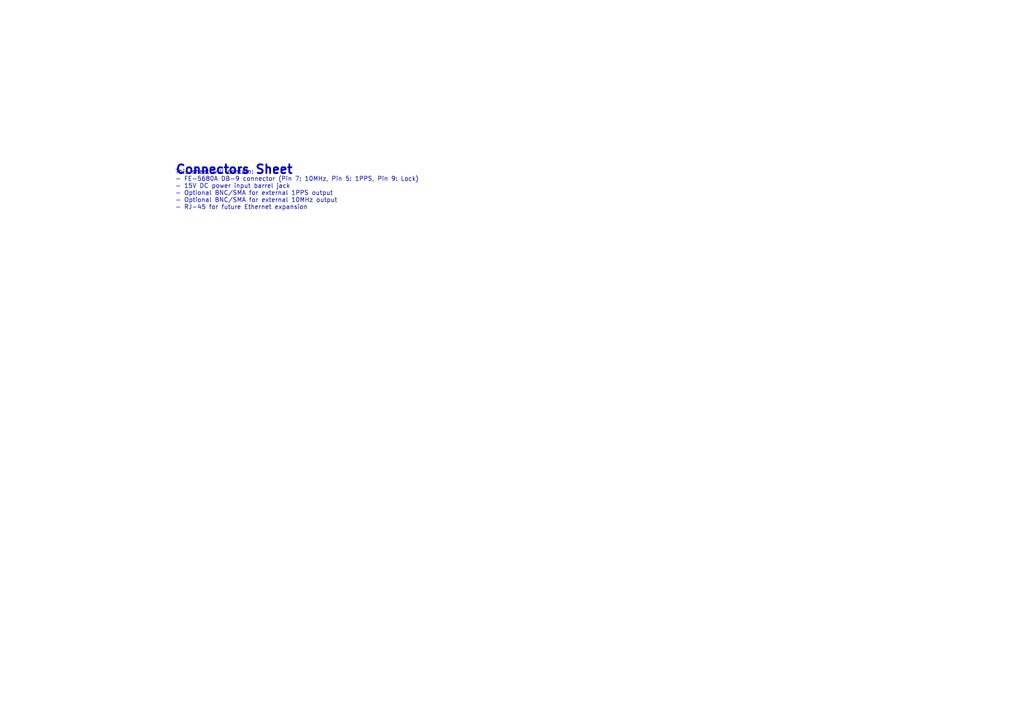
<source format=kicad_sch>
(kicad_sch
	(version 20231120)
	(generator "eeschema")
	(generator_version "8.0")
	(uuid "a1b2c3d4-0004-0004-0004-000000000004")
	(paper "A4")
	(title_block
		(title "FE-5680A & External Connectors")
		(date "2024-12-20")
		(rev "1.0")
		(company "CHRONOS-Rb Project")
		(comment 1 "FE-5680A DB-9 interface connector")
		(comment 2 "External timing outputs (BNC/SMA)")
		(comment 3 "Power input and status indicators")
	)
	(lib_symbols)
	(text "Connectors Sheet"
		(exclude_from_sim no)
		(at 50.8 50.8 0)
		(effects
			(font
				(size 2.54 2.54)
				(bold yes)
			)
			(justify left bottom)
		)
		(uuid "e1b2c3d4-0001-0001-0001-000000000001")
	)
	(text "This sheet will contain:\n- FE-5680A DB-9 connector (Pin 7: 10MHz, Pin 5: 1PPS, Pin 9: Lock)\n- 15V DC power input barrel jack\n- Optional BNC/SMA for external 1PPS output\n- Optional BNC/SMA for external 10MHz output\n- RJ-45 for future Ethernet expansion"
		(exclude_from_sim no)
		(at 50.8 60.96 0)
		(effects
			(font
				(size 1.27 1.27)
			)
			(justify left bottom)
		)
		(uuid "e1b2c3d4-0002-0002-0002-000000000002")
	)
)

</source>
